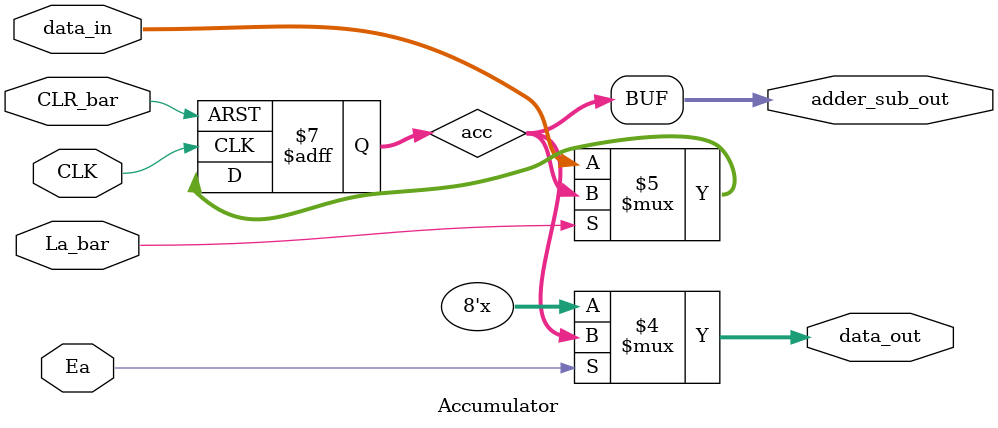
<source format=sv>
/*
* This module separates and stores data/instructions from W bus.
*/
module Accumulator(
    //sync signals
    input logic CLK,
    input logic CLR_bar,

    //control signals
    input logic La_bar,
    input logic Ea,

    //w bus input
    input wire [7:0] data_in,

    //accoumulator contents
    output reg [7:0] data_out,
    output reg [7:0] adder_sub_out
    );
    
    reg [7:0] acc;
    
    always_ff @(posedge CLK or negedge CLR_bar) begin
        //TODO Check CLR signal
        if(~CLR_bar) begin
            acc <= 8'b0;
        end
        else begin
            // Load active, store from W bus
            if (~La_bar) begin
                acc <= data_in;
            end
        end
    end

    assign data_out      = Ea ? acc : 8'bz;
    assign adder_sub_out = acc;
    
endmodule

</source>
